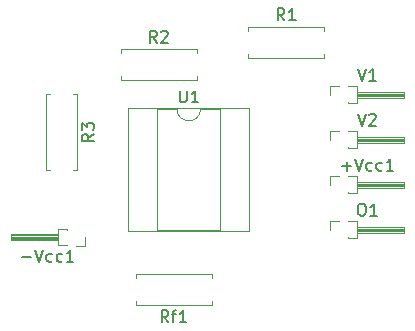
<source format=gbr>
G04 #@! TF.FileFunction,Legend,Top*
%FSLAX46Y46*%
G04 Gerber Fmt 4.6, Leading zero omitted, Abs format (unit mm)*
G04 Created by KiCad (PCBNEW 4.0.7) date 01/30/19 19:44:05*
%MOMM*%
%LPD*%
G01*
G04 APERTURE LIST*
%ADD10C,0.100000*%
%ADD11C,0.120000*%
%ADD12C,0.150000*%
G04 APERTURE END LIST*
D10*
D11*
X162050000Y-86935000D02*
X162850000Y-86935000D01*
X162850000Y-86935000D02*
X162850000Y-88325000D01*
X162850000Y-88325000D02*
X162050000Y-88325000D01*
X162050000Y-88325000D02*
X162050000Y-88249677D01*
X162850000Y-87370000D02*
X166850000Y-87370000D01*
X166850000Y-87370000D02*
X166850000Y-87890000D01*
X166850000Y-87890000D02*
X162850000Y-87890000D01*
X162850000Y-87430000D02*
X166850000Y-87430000D01*
X162850000Y-87550000D02*
X166850000Y-87550000D01*
X162850000Y-87670000D02*
X166850000Y-87670000D01*
X162850000Y-87790000D02*
X166850000Y-87790000D01*
X160530000Y-87630000D02*
X160530000Y-86870000D01*
X160530000Y-86870000D02*
X161290000Y-86870000D01*
X138305000Y-92770000D02*
X137505000Y-92770000D01*
X137505000Y-92770000D02*
X137505000Y-91380000D01*
X137505000Y-91380000D02*
X138305000Y-91380000D01*
X138305000Y-91380000D02*
X138305000Y-91455323D01*
X137505000Y-92335000D02*
X133505000Y-92335000D01*
X133505000Y-92335000D02*
X133505000Y-91815000D01*
X133505000Y-91815000D02*
X137505000Y-91815000D01*
X137505000Y-92275000D02*
X133505000Y-92275000D01*
X137505000Y-92155000D02*
X133505000Y-92155000D01*
X137505000Y-92035000D02*
X133505000Y-92035000D01*
X137505000Y-91915000D02*
X133505000Y-91915000D01*
X139825000Y-92075000D02*
X139825000Y-92835000D01*
X139825000Y-92835000D02*
X139065000Y-92835000D01*
X162050000Y-90745000D02*
X162850000Y-90745000D01*
X162850000Y-90745000D02*
X162850000Y-92135000D01*
X162850000Y-92135000D02*
X162050000Y-92135000D01*
X162050000Y-92135000D02*
X162050000Y-92059677D01*
X162850000Y-91180000D02*
X166850000Y-91180000D01*
X166850000Y-91180000D02*
X166850000Y-91700000D01*
X166850000Y-91700000D02*
X162850000Y-91700000D01*
X162850000Y-91240000D02*
X166850000Y-91240000D01*
X162850000Y-91360000D02*
X166850000Y-91360000D01*
X162850000Y-91480000D02*
X166850000Y-91480000D01*
X162850000Y-91600000D02*
X166850000Y-91600000D01*
X160530000Y-91440000D02*
X160530000Y-90680000D01*
X160530000Y-90680000D02*
X161290000Y-90680000D01*
X153635000Y-74585000D02*
X153635000Y-74255000D01*
X153635000Y-74255000D02*
X160055000Y-74255000D01*
X160055000Y-74255000D02*
X160055000Y-74585000D01*
X153635000Y-76545000D02*
X153635000Y-76875000D01*
X153635000Y-76875000D02*
X160055000Y-76875000D01*
X160055000Y-76875000D02*
X160055000Y-76545000D01*
X142840000Y-76490000D02*
X142840000Y-76160000D01*
X142840000Y-76160000D02*
X149260000Y-76160000D01*
X149260000Y-76160000D02*
X149260000Y-76490000D01*
X142840000Y-78450000D02*
X142840000Y-78780000D01*
X142840000Y-78780000D02*
X149260000Y-78780000D01*
X149260000Y-78780000D02*
X149260000Y-78450000D01*
X138775000Y-79975000D02*
X139105000Y-79975000D01*
X139105000Y-79975000D02*
X139105000Y-86395000D01*
X139105000Y-86395000D02*
X138775000Y-86395000D01*
X136815000Y-79975000D02*
X136485000Y-79975000D01*
X136485000Y-79975000D02*
X136485000Y-86395000D01*
X136485000Y-86395000D02*
X136815000Y-86395000D01*
X150530000Y-97500000D02*
X150530000Y-97830000D01*
X150530000Y-97830000D02*
X144110000Y-97830000D01*
X144110000Y-97830000D02*
X144110000Y-97500000D01*
X150530000Y-95540000D02*
X150530000Y-95210000D01*
X150530000Y-95210000D02*
X144110000Y-95210000D01*
X144110000Y-95210000D02*
X144110000Y-95540000D01*
X149590000Y-81220000D02*
G75*
G02X147590000Y-81220000I-1000000J0D01*
G01*
X147590000Y-81220000D02*
X145940000Y-81220000D01*
X145940000Y-81220000D02*
X145940000Y-91500000D01*
X145940000Y-91500000D02*
X151240000Y-91500000D01*
X151240000Y-91500000D02*
X151240000Y-81220000D01*
X151240000Y-81220000D02*
X149590000Y-81220000D01*
X143450000Y-81160000D02*
X143450000Y-91560000D01*
X143450000Y-91560000D02*
X153730000Y-91560000D01*
X153730000Y-91560000D02*
X153730000Y-81160000D01*
X153730000Y-81160000D02*
X143450000Y-81160000D01*
X162050000Y-79315000D02*
X162850000Y-79315000D01*
X162850000Y-79315000D02*
X162850000Y-80705000D01*
X162850000Y-80705000D02*
X162050000Y-80705000D01*
X162050000Y-80705000D02*
X162050000Y-80629677D01*
X162850000Y-79750000D02*
X166850000Y-79750000D01*
X166850000Y-79750000D02*
X166850000Y-80270000D01*
X166850000Y-80270000D02*
X162850000Y-80270000D01*
X162850000Y-79810000D02*
X166850000Y-79810000D01*
X162850000Y-79930000D02*
X166850000Y-79930000D01*
X162850000Y-80050000D02*
X166850000Y-80050000D01*
X162850000Y-80170000D02*
X166850000Y-80170000D01*
X160530000Y-80010000D02*
X160530000Y-79250000D01*
X160530000Y-79250000D02*
X161290000Y-79250000D01*
X162050000Y-83125000D02*
X162850000Y-83125000D01*
X162850000Y-83125000D02*
X162850000Y-84515000D01*
X162850000Y-84515000D02*
X162050000Y-84515000D01*
X162050000Y-84515000D02*
X162050000Y-84439677D01*
X162850000Y-83560000D02*
X166850000Y-83560000D01*
X166850000Y-83560000D02*
X166850000Y-84080000D01*
X166850000Y-84080000D02*
X162850000Y-84080000D01*
X162850000Y-83620000D02*
X166850000Y-83620000D01*
X162850000Y-83740000D02*
X166850000Y-83740000D01*
X162850000Y-83860000D02*
X166850000Y-83860000D01*
X162850000Y-83980000D02*
X166850000Y-83980000D01*
X160530000Y-83820000D02*
X160530000Y-83060000D01*
X160530000Y-83060000D02*
X161290000Y-83060000D01*
D12*
X161579643Y-86066429D02*
X162341548Y-86066429D01*
X161960596Y-86447381D02*
X161960596Y-85685476D01*
X162674881Y-85447381D02*
X163008214Y-86447381D01*
X163341548Y-85447381D01*
X164103453Y-86399762D02*
X164008215Y-86447381D01*
X163817738Y-86447381D01*
X163722500Y-86399762D01*
X163674881Y-86352143D01*
X163627262Y-86256905D01*
X163627262Y-85971190D01*
X163674881Y-85875952D01*
X163722500Y-85828333D01*
X163817738Y-85780714D01*
X164008215Y-85780714D01*
X164103453Y-85828333D01*
X164960596Y-86399762D02*
X164865358Y-86447381D01*
X164674881Y-86447381D01*
X164579643Y-86399762D01*
X164532024Y-86352143D01*
X164484405Y-86256905D01*
X164484405Y-85971190D01*
X164532024Y-85875952D01*
X164579643Y-85828333D01*
X164674881Y-85780714D01*
X164865358Y-85780714D01*
X164960596Y-85828333D01*
X165912977Y-86447381D02*
X165341548Y-86447381D01*
X165627262Y-86447381D02*
X165627262Y-85447381D01*
X165532024Y-85590238D01*
X165436786Y-85685476D01*
X165341548Y-85733095D01*
X134489643Y-93781429D02*
X135251548Y-93781429D01*
X135584881Y-93162381D02*
X135918214Y-94162381D01*
X136251548Y-93162381D01*
X137013453Y-94114762D02*
X136918215Y-94162381D01*
X136727738Y-94162381D01*
X136632500Y-94114762D01*
X136584881Y-94067143D01*
X136537262Y-93971905D01*
X136537262Y-93686190D01*
X136584881Y-93590952D01*
X136632500Y-93543333D01*
X136727738Y-93495714D01*
X136918215Y-93495714D01*
X137013453Y-93543333D01*
X137870596Y-94114762D02*
X137775358Y-94162381D01*
X137584881Y-94162381D01*
X137489643Y-94114762D01*
X137442024Y-94067143D01*
X137394405Y-93971905D01*
X137394405Y-93686190D01*
X137442024Y-93590952D01*
X137489643Y-93543333D01*
X137584881Y-93495714D01*
X137775358Y-93495714D01*
X137870596Y-93543333D01*
X138822977Y-94162381D02*
X138251548Y-94162381D01*
X138537262Y-94162381D02*
X138537262Y-93162381D01*
X138442024Y-93305238D01*
X138346786Y-93400476D01*
X138251548Y-93448095D01*
X163151071Y-89257381D02*
X163341548Y-89257381D01*
X163436786Y-89305000D01*
X163532024Y-89400238D01*
X163579643Y-89590714D01*
X163579643Y-89924048D01*
X163532024Y-90114524D01*
X163436786Y-90209762D01*
X163341548Y-90257381D01*
X163151071Y-90257381D01*
X163055833Y-90209762D01*
X162960595Y-90114524D01*
X162912976Y-89924048D01*
X162912976Y-89590714D01*
X162960595Y-89400238D01*
X163055833Y-89305000D01*
X163151071Y-89257381D01*
X164532024Y-90257381D02*
X163960595Y-90257381D01*
X164246309Y-90257381D02*
X164246309Y-89257381D01*
X164151071Y-89400238D01*
X164055833Y-89495476D01*
X163960595Y-89543095D01*
X156678334Y-73707381D02*
X156345000Y-73231190D01*
X156106905Y-73707381D02*
X156106905Y-72707381D01*
X156487858Y-72707381D01*
X156583096Y-72755000D01*
X156630715Y-72802619D01*
X156678334Y-72897857D01*
X156678334Y-73040714D01*
X156630715Y-73135952D01*
X156583096Y-73183571D01*
X156487858Y-73231190D01*
X156106905Y-73231190D01*
X157630715Y-73707381D02*
X157059286Y-73707381D01*
X157345000Y-73707381D02*
X157345000Y-72707381D01*
X157249762Y-72850238D01*
X157154524Y-72945476D01*
X157059286Y-72993095D01*
X145883334Y-75612381D02*
X145550000Y-75136190D01*
X145311905Y-75612381D02*
X145311905Y-74612381D01*
X145692858Y-74612381D01*
X145788096Y-74660000D01*
X145835715Y-74707619D01*
X145883334Y-74802857D01*
X145883334Y-74945714D01*
X145835715Y-75040952D01*
X145788096Y-75088571D01*
X145692858Y-75136190D01*
X145311905Y-75136190D01*
X146264286Y-74707619D02*
X146311905Y-74660000D01*
X146407143Y-74612381D01*
X146645239Y-74612381D01*
X146740477Y-74660000D01*
X146788096Y-74707619D01*
X146835715Y-74802857D01*
X146835715Y-74898095D01*
X146788096Y-75040952D01*
X146216667Y-75612381D01*
X146835715Y-75612381D01*
X140557381Y-83351666D02*
X140081190Y-83685000D01*
X140557381Y-83923095D02*
X139557381Y-83923095D01*
X139557381Y-83542142D01*
X139605000Y-83446904D01*
X139652619Y-83399285D01*
X139747857Y-83351666D01*
X139890714Y-83351666D01*
X139985952Y-83399285D01*
X140033571Y-83446904D01*
X140081190Y-83542142D01*
X140081190Y-83923095D01*
X139557381Y-83018333D02*
X139557381Y-82399285D01*
X139938333Y-82732619D01*
X139938333Y-82589761D01*
X139985952Y-82494523D01*
X140033571Y-82446904D01*
X140128810Y-82399285D01*
X140366905Y-82399285D01*
X140462143Y-82446904D01*
X140509762Y-82494523D01*
X140557381Y-82589761D01*
X140557381Y-82875476D01*
X140509762Y-82970714D01*
X140462143Y-83018333D01*
X146867619Y-99282381D02*
X146534285Y-98806190D01*
X146296190Y-99282381D02*
X146296190Y-98282381D01*
X146677143Y-98282381D01*
X146772381Y-98330000D01*
X146820000Y-98377619D01*
X146867619Y-98472857D01*
X146867619Y-98615714D01*
X146820000Y-98710952D01*
X146772381Y-98758571D01*
X146677143Y-98806190D01*
X146296190Y-98806190D01*
X147153333Y-98615714D02*
X147534285Y-98615714D01*
X147296190Y-99282381D02*
X147296190Y-98425238D01*
X147343809Y-98330000D01*
X147439047Y-98282381D01*
X147534285Y-98282381D01*
X148391429Y-99282381D02*
X147820000Y-99282381D01*
X148105714Y-99282381D02*
X148105714Y-98282381D01*
X148010476Y-98425238D01*
X147915238Y-98520476D01*
X147820000Y-98568095D01*
X147828095Y-79672381D02*
X147828095Y-80481905D01*
X147875714Y-80577143D01*
X147923333Y-80624762D01*
X148018571Y-80672381D01*
X148209048Y-80672381D01*
X148304286Y-80624762D01*
X148351905Y-80577143D01*
X148399524Y-80481905D01*
X148399524Y-79672381D01*
X149399524Y-80672381D02*
X148828095Y-80672381D01*
X149113809Y-80672381D02*
X149113809Y-79672381D01*
X149018571Y-79815238D01*
X148923333Y-79910476D01*
X148828095Y-79958095D01*
X162912976Y-77827381D02*
X163246309Y-78827381D01*
X163579643Y-77827381D01*
X164436786Y-78827381D02*
X163865357Y-78827381D01*
X164151071Y-78827381D02*
X164151071Y-77827381D01*
X164055833Y-77970238D01*
X163960595Y-78065476D01*
X163865357Y-78113095D01*
X162912976Y-81637381D02*
X163246309Y-82637381D01*
X163579643Y-81637381D01*
X163865357Y-81732619D02*
X163912976Y-81685000D01*
X164008214Y-81637381D01*
X164246310Y-81637381D01*
X164341548Y-81685000D01*
X164389167Y-81732619D01*
X164436786Y-81827857D01*
X164436786Y-81923095D01*
X164389167Y-82065952D01*
X163817738Y-82637381D01*
X164436786Y-82637381D01*
M02*

</source>
